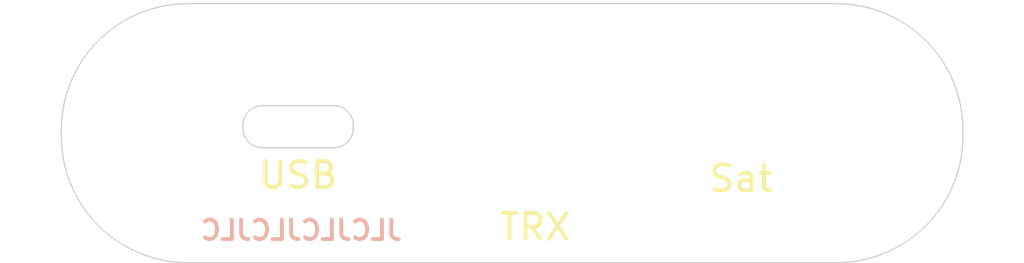
<source format=kicad_pcb>
(kicad_pcb (version 20221018) (generator pcbnew)
  (layers (0 "F.Cu" signal) (31 "B.Cu" signal) (34 "B.Paste" user) (35 "F.Paste" user) (36 "B.SilkS" user "B.Silkscreen") (37 "F.SilkS" user "F.Silkscreen") (38 "B.Mask" user) (39 "F.Mask" user) (44 "Edge.Cuts" user))
  (net 0 "")
  (footprint "MountingHole:MountingHole_6.4mm_M6" (layer "F.Cu") (at 142.65 87.88)
    (fp_text reference "REF**" hide)
    (fp_text value "MountingHole_6.4mm_M6")
    (pad "" np_thru_hole circle (at 0 0) (size 7 7) (drill 7) (layers "F&B.Cu" "*.Mask"))
  )
  (footprint "MountingHole:MountingHole_8.4mm_M8" (layer "F.Cu") (at 126.75 88.39)
    (fp_text reference "REF**" hide)
    (fp_text value "MountingHole_8.4mm_M8")
    (pad "" np_thru_hole circle (at 0 0) (size 12.5 12.5) (drill 12.5) (layers "F&B.Cu" "*.Mask"))
  )
  (footprint "MountingHole:MountingHole_3.2mm_M3" (layer "F.Cu") (at 155 90)
    (fp_text reference "REF**" hide)
    (fp_text value "MountingHole_3.2mm_M3")
    (pad "" np_thru_hole circle (at 0 0) (size 3.2 3.2) (drill 3.2) (layers "*.Cu" "*.Mask"))
  )
  (footprint "MountingHole:MountingHole_3.2mm_M3" (layer "F.Cu") (at 95 90)
    (fp_text reference "REF**" hide)
    (fp_text value "MountingHole_3.2mm_M3")
    (pad "" np_thru_hole circle (at 0 0) (size 3.2 3.2) (drill 3.2) (layers "*.Cu" "*.Mask"))
  )
  (gr_line (start 105.75 87.875) (end 111.25 87.875) (stroke (width 0.1)) (layer "Edge.Cuts"))
  (gr_arc (start 159.75 90.25) (mid 156.894291 97.144291) (end 150 100) (stroke (width 0.1)) (layer "Edge.Cuts"))
  (gr_arc (start 112.75 89.625) (mid 112.31066 90.68566) (end 111.25 91.125) (stroke (width 0.1)) (layer "Edge.Cuts"))
  (gr_line (start 105.75 91.125) (end 111.25 91.125) (stroke (width 0.1)) (layer "Edge.Cuts"))
  (gr_arc (start 105.75 91.125) (mid 104.68934 90.68566) (end 104.25 89.625) (stroke (width 0.1)) (layer "Edge.Cuts"))
  (gr_arc (start 104.25 89.375) (mid 104.68934 88.31434) (end 105.75 87.875) (stroke (width 0.1)) (layer "Edge.Cuts"))
  (gr_line (start 159.75 89.75) (end 159.75 90.25) (stroke (width 0.1)) (layer "Edge.Cuts"))
  (gr_arc (start 111.25 87.875) (mid 112.31066 88.31434) (end 112.75 89.375) (stroke (width 0.1)) (layer "Edge.Cuts"))
  (gr_arc (start 100 100) (mid 93.105709 97.144291) (end 90.25 90.25) (stroke (width 0.1)) (layer "Edge.Cuts"))
  (gr_line (start 112.75 89.375) (end 112.75 89.625) (stroke (width 0.1)) (layer "Edge.Cuts"))
  (gr_arc (start 90.25 89.75) (mid 93.105709 82.855709) (end 100 80) (stroke (width 0.1)) (layer "Edge.Cuts"))
  (gr_arc (start 150 80) (mid 156.894291 82.855709) (end 159.75 89.75) (stroke (width 0.1)) (layer "Edge.Cuts"))
  (gr_line (start 100 100) (end 150 100) (stroke (width 0.1)) (layer "Edge.Cuts"))
  (gr_line (start 90.25 89.75) (end 90.25 90.25) (stroke (width 0.1)) (layer "Edge.Cuts"))
  (gr_line (start 104.25 89.375) (end 104.25 89.625) (stroke (width 0.1)) (layer "Edge.Cuts"))
  (gr_line (start 100 80) (end 150 80) (stroke (width 0.1)) (layer "Edge.Cuts"))
  (gr_text "JLCJLCJLCJLC" (at 108.75 97.5) (layer "B.SilkS") (effects (font (size 1.5 1.5) (thickness 0.3)) (justify mirror)))
  (gr_text "USB" (at 108.5 93.25) (layer "F.SilkS") (effects (font (size 2 2) (thickness 0.3))))
  (gr_text "Sat" (at 142.65 93.5) (layer "F.SilkS") (effects (font (size 2 2) (thickness 0.3))))
  (gr_text "TRX" (at 126.75 97.25) (layer "F.SilkS") (effects (font (size 2 2) (thickness 0.3))))
)
</source>
